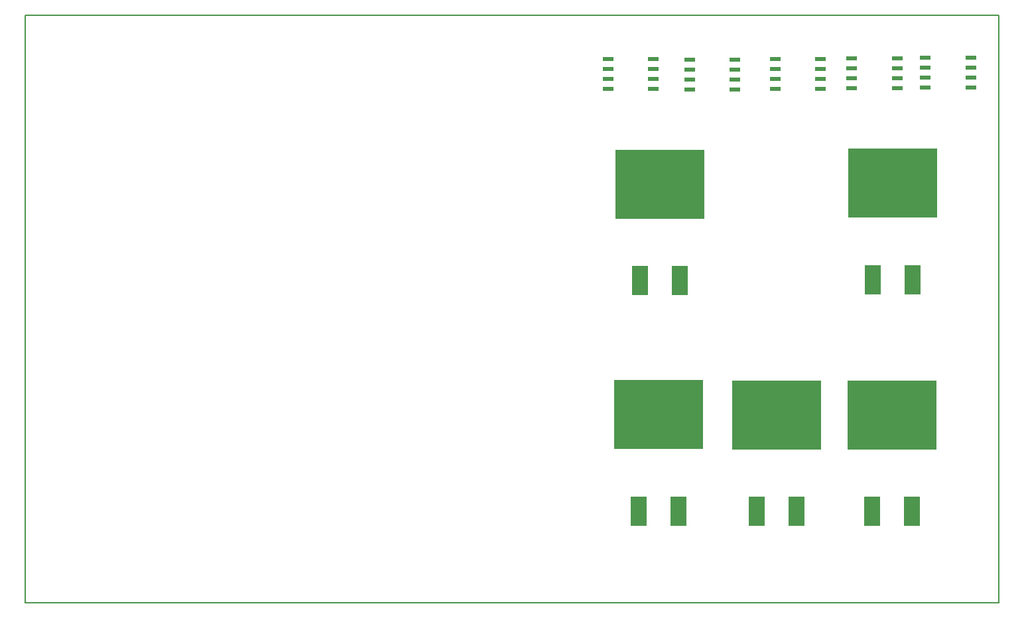
<source format=gbr>
G04 PROTEUS GERBER X2 FILE*
%TF.GenerationSoftware,Labcenter,Proteus,8.9-SP0-Build27865*%
%TF.CreationDate,2020-10-13T12:24:17+00:00*%
%TF.FileFunction,Paste,Top*%
%TF.FilePolarity,Positive*%
%TF.Part,Single*%
%TF.SameCoordinates,{eb038a7c-90c0-4424-89c4-d0a3f05e8ce7}*%
%FSLAX45Y45*%
%MOMM*%
G01*
%TA.AperFunction,Material*%
%ADD41R,1.397000X0.609600*%
%TA.AperFunction,Material*%
%ADD42R,11.430000X8.890000*%
%ADD43R,2.032000X3.810000*%
%TA.AperFunction,Profile*%
%ADD23C,0.203200*%
%TD.AperFunction*%
D41*
X-60960Y+7548880D03*
X-60960Y+7421880D03*
X-60960Y+7294880D03*
X-60960Y+7167880D03*
X+519040Y+7167880D03*
X+519040Y+7294880D03*
X+519040Y+7421880D03*
X+519040Y+7548880D03*
X+980440Y+7541260D03*
X+980440Y+7414260D03*
X+980440Y+7287260D03*
X+980440Y+7160260D03*
X+1560440Y+7160260D03*
X+1560440Y+7287260D03*
X+1560440Y+7414260D03*
X+1560440Y+7541260D03*
X+2070100Y+7546340D03*
X+2070100Y+7419340D03*
X+2070100Y+7292340D03*
X+2070100Y+7165340D03*
X+2650100Y+7165340D03*
X+2650100Y+7292340D03*
X+2650100Y+7419340D03*
X+2650100Y+7546340D03*
X+3048000Y+7553960D03*
X+3048000Y+7426960D03*
X+3048000Y+7299960D03*
X+3048000Y+7172960D03*
X+3628000Y+7172960D03*
X+3628000Y+7299960D03*
X+3628000Y+7426960D03*
X+3628000Y+7553960D03*
X+3986920Y+7564120D03*
X+3986920Y+7437120D03*
X+3986920Y+7310120D03*
X+3986920Y+7183120D03*
X+4566920Y+7183120D03*
X+4566920Y+7310120D03*
X+4566920Y+7437120D03*
X+4566920Y+7564120D03*
D42*
X+596900Y+5948680D03*
D43*
X+342900Y+4716780D03*
X+850900Y+4716780D03*
D42*
X+3573780Y+5958840D03*
D43*
X+3319780Y+4726940D03*
X+3827780Y+4726940D03*
D42*
X+584200Y+3007360D03*
D43*
X+330200Y+1775460D03*
X+838200Y+1775460D03*
D42*
X+2090420Y+3002280D03*
D43*
X+1836420Y+1770380D03*
X+2344420Y+1770380D03*
D42*
X+3563620Y+3002280D03*
D43*
X+3309620Y+1770380D03*
X+3817620Y+1770380D03*
D23*
X-7503160Y+607060D02*
X+4927600Y+607060D01*
X+4927600Y+8105140D01*
X-7503160Y+8105140D01*
X-7503160Y+607060D01*
M02*

</source>
